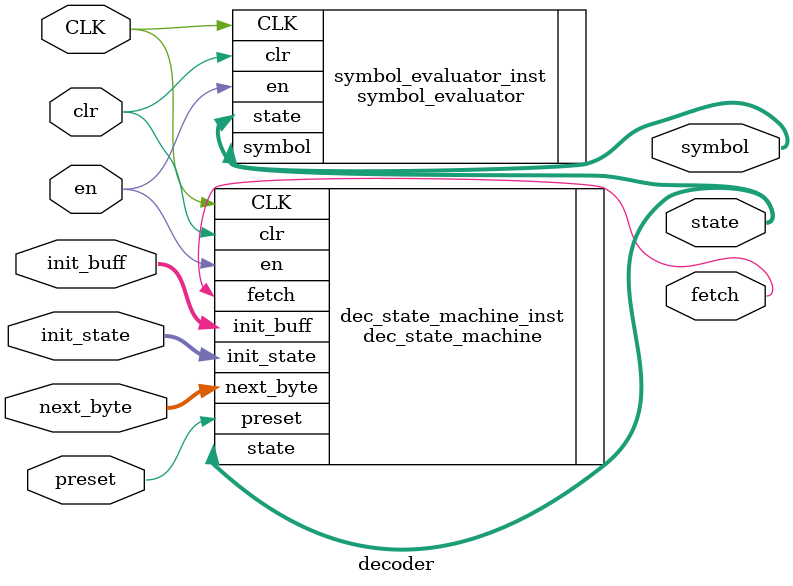
<source format=v>
`timescale 1ns / 1ps


module decoder(
    input CLK,
    input clr,
    input en,
    input preset,
    input [7:0] next_byte,
    input [R-1:0] init_state,
    input [15:0] init_buff,
    output [7:0] symbol,
    output [R-1:0] state,
    output fetch
    );
    
    parameter R = 4;
    parameter OFFSET = 0;
    
    dec_state_machine #(.R(R), .OFFSET(OFFSET)) dec_state_machine_inst(
        .CLK(CLK),
        .clr(clr),
        .en(en),
        .preset(preset),
        .next_byte(next_byte),
        .init_state(init_state),
        .init_buff(init_buff),
        .state(state),
        .fetch(fetch)
    );
    
    symbol_evaluator #(.R(R)) symbol_evaluator_inst(
        .CLK(CLK),
        .clr(clr),
        .en(en),
        .state(state),
        .symbol(symbol)
    );
    
endmodule

</source>
